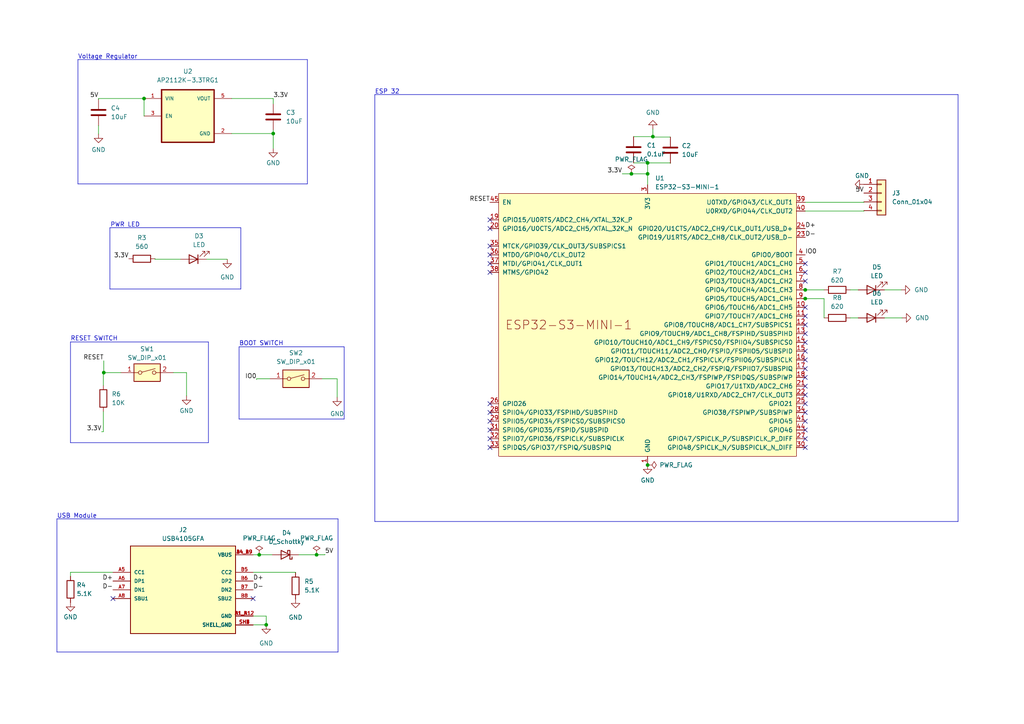
<source format=kicad_sch>
(kicad_sch (version 20230121) (generator eeschema)
  (paper "A4")
  (title_block (title "ECE 196 UCSD") (date "2023-10-30") (rev "REV 1") (company "Venz"))
  (lib_symbols
    (symbol "Connector_Generic:Conn_01x04" (pin_names (offset 1.016) hide)
      (property "Reference" "J" (at 0 5.08 0))
      (property "Value" "Conn_01x04" (at 0 -7.62 0))
      (symbol "Conn_01x04_1_1"
        (rectangle (start -1.27 -4.953) (end 0 -5.207) (stroke (width 0.1524)))
        (rectangle (start -1.27 -2.413) (end 0 -2.667) (stroke (width 0.1524)))
        (rectangle (start -1.27 0.127) (end 0 -0.127) (stroke (width 0.1524)))
        (rectangle (start -1.27 2.667) (end 0 2.413) (stroke (width 0.1524)))
        (rectangle (start -1.27 3.81) (end 1.27 -6.35) (stroke (width 0.254)) (fill (type background)))
        (pin passive line (at -5.08 2.54 0) (length 3.81) (name "Pin_1") (number "1"))
        (pin passive line (at -5.08 0 0) (length 3.81) (name "Pin_2") (number "2"))
        (pin passive line (at -5.08 -2.54 0) (length 3.81) (name "Pin_3") (number "3"))
        (pin passive line (at -5.08 -5.08 0) (length 3.81) (name "Pin_4") (number "4"))
      )
    )
    (symbol "Device:C" (pin_numbers hide) (pin_names (offset 0.254))
      (property "Reference" "C" (at 0.635 2.54 0))
      (property "Value" "C" (at 0.635 -2.54 0))
      (symbol "C_0_1"
        (polyline (pts (xy -2.032 -0.762) (xy 2.032 -0.762)) (stroke (width 0.508)))
        (polyline (pts (xy -2.032 0.762) (xy 2.032 0.762)) (stroke (width 0.508)))
      )
      (symbol "C_1_1"
        (pin passive line (at 0 3.81 270) (length 2.794) (name "~") (number "1"))
        (pin passive line (at 0 -3.81 90) (length 2.794) (name "~") (number "2"))
      )
    )
    (symbol "Device:D_Schottky" (pin_numbers hide) (pin_names (offset 1.016) hide)
      (property "Reference" "D" (at 0 2.54 0))
      (property "Value" "D_Schottky" (at 0 -2.54 0))
      (symbol "D_Schottky_0_1"
        (polyline (pts (xy 1.27 0) (xy -1.27 0)))
        (polyline (pts (xy 1.27 1.27) (xy 1.27 -1.27) (xy -1.27 0) (xy 1.27 1.27)) (stroke (width 0.254)))
        (polyline (pts (xy -1.905 0.635) (xy -1.905 1.27) (xy -1.27 1.27) (xy -1.27 -1.27) (xy -0.635 -1.27) (xy -0.635 -0.635)) (stroke (width 0.254)))
      )
      (symbol "D_Schottky_1_1"
        (pin passive line (at -3.81 0 0) (length 2.54) (name "K") (number "1"))
        (pin passive line (at 3.81 0 180) (length 2.54) (name "A") (number "2"))
      )
    )
    (symbol "Device:LED" (pin_numbers hide) (pin_names (offset 1.016) hide)
      (property "Reference" "D" (at 0 2.54 0))
      (property "Value" "LED" (at 0 -2.54 0))
      (symbol "LED_0_1"
        (polyline (pts (xy -1.27 -1.27) (xy -1.27 1.27)) (stroke (width 0.254)))
        (polyline (pts (xy -1.27 0) (xy 1.27 0)))
        (polyline (pts (xy 1.27 -1.27) (xy 1.27 1.27) (xy -1.27 0) (xy 1.27 -1.27)) (stroke (width 0.254)))
        (polyline (pts (xy -3.048 -0.762) (xy -4.572 -2.286) (xy -3.81 -2.286) (xy -4.572 -2.286) (xy -4.572 -1.524)))
        (polyline (pts (xy -1.778 -0.762) (xy -3.302 -2.286) (xy -2.54 -2.286) (xy -3.302 -2.286) (xy -3.302 -1.524)))
      )
      (symbol "LED_1_1"
        (pin passive line (at -3.81 0 0) (length 2.54) (name "K") (number "1"))
        (pin passive line (at 3.81 0 180) (length 2.54) (name "A") (number "2"))
      )
    )
    (symbol "Device:R" (pin_numbers hide) (pin_names (offset 0))
      (property "Reference" "R" (at 2.032 0 90))
      (property "Value" "R" (at 0 0 90))
      (symbol "R_0_1"
        (rectangle (start -1.016 -2.54) (end 1.016 2.54) (stroke (width 0.254)))
      )
      (symbol "R_1_1"
        (pin passive line (at 0 3.81 270) (length 1.27) (name "~") (number "1"))
        (pin passive line (at 0 -3.81 90) (length 1.27) (name "~") (number "2"))
      )
    )
    (symbol "ESP32:ESP32-S3-MINI-1" (pin_names (offset 1.016))
      (property "Reference" "U" (at -43.18 43.18 0))
      (property "Value" "ESP32-S3-MINI-1" (at -43.18 40.64 0))
      (symbol "ESP32-S3-MINI-1_0_0"
        (text "ESP32-S3-MINI-1" (at -22.86 0 0) (effects (font (size 2.54 2.54))))
        (pin power_in line (at 0 -40.64 90) (length 2.54) (name "GND") (number "1"))
        (pin bidirectional line (at 45.72 5.08 180) (length 2.54) (name "GPIO6/TOUCH6/ADC1_CH5") (number "10"))
        (pin bidirectional line (at 45.72 2.54 180) (length 2.54) (name "GPIO7/TOUCH7/ADC1_CH6") (number "11"))
        (pin bidirectional line (at 45.72 0 180) (length 2.54) (name "GPIO8/TOUCH8/ADC1_CH7/SUBSPICS1") (number "12"))
        (pin bidirectional line (at 45.72 -2.54 180) (length 2.54) (name "GPIO9/TOUCH9/ADC1_CH8/FSPIHD/SUBSPIHD") (number "13"))
        (pin bidirectional line (at 45.72 -5.08 180) (length 2.54) (name "GPIO10/TOUCH10/ADC1_CH9/FSPICS0/FSPIIO4/SUBSPICS0") (number "14"))
        (pin bidirectional line (at 45.72 -7.62 180) (length 2.54) (name "GPIO11/TOUCH11/ADC2_CH0/FSPID/FSPIIO5/SUBSPID") (number "15"))
        (pin bidirectional line (at 45.72 -10.16 180) (length 2.54) (name "GPIO12/TOUCH12/ADC2_CH1/FSPICLK/FSPIIO6/SUBSPICLK") (number "16"))
        (pin bidirectional line (at 45.72 -12.7 180) (length 2.54) (name "GPIO13/TOUCH13/ADC2_CH2/FSPIQ/FSPIIO7/SUBSPIQ") (number "17"))
        (pin bidirectional line (at 45.72 -15.24 180) (length 2.54) (name "GPIO14/TOUCH14/ADC2_CH3/FSPIWP/FSPIDQS/SUBSPIWP") (number "18"))
        (pin bidirectional line (at -45.72 30.48 0) (length 2.54) (name "GPIO15/U0RTS/ADC2_CH4/XTAL_32K_P") (number "19"))
        (pin passive line (at 0 -40.64 90) (length 2.54) hide (name "GND") (number "2"))
        (pin bidirectional line (at -45.72 27.94 0) (length 2.54) (name "GPIO16/U0CTS/ADC2_CH5/XTAL_32K_N") (number "20"))
        (pin bidirectional line (at 45.72 -17.78 180) (length 2.54) (name "GPIO17/U1TXD/ADC2_CH6") (number "21"))
        (pin bidirectional line (at 45.72 -20.32 180) (length 2.54) (name "GPIO18/U1RXD/ADC2_CH7/CLK_OUT3") (number "22"))
        (pin bidirectional line (at 45.72 25.4 180) (length 2.54) (name "GPIO19/U1RTS/ADC2_CH8/CLK_OUT2/USB_D-") (number "23"))
        (pin bidirectional line (at 45.72 27.94 180) (length 2.54) (name "GPIO20/U1CTS/ADC2_CH9/CLK_OUT1/USB_D+") (number "24"))
        (pin bidirectional line (at 45.72 -22.86 180) (length 2.54) (name "GPIO21") (number "25"))
        (pin bidirectional line (at -45.72 -22.86 0) (length 2.54) (name "GPIO26") (number "26"))
        (pin bidirectional line (at 45.72 -33.02 180) (length 2.54) (name "GPIO47/SPICLK_P/SUBSPICLK_P_DIFF") (number "27"))
        (pin bidirectional line (at -45.72 -25.4 0) (length 2.54) (name "SPIIO4/GPIO33/FSPIHD/SUBSPIHD") (number "28"))
        (pin bidirectional line (at -45.72 -27.94 0) (length 2.54) (name "SPIIO5/GPIO34/FSPICS0/SUBSPICS0") (number "29"))
        (pin power_in line (at 0 40.64 270) (length 2.54) (name "3V3") (number "3"))
        (pin bidirectional line (at 45.72 -35.56 180) (length 2.54) (name "GPIO48/SPICLK_N/SUBSPICLK_N_DIFF") (number "30"))
        (pin bidirectional line (at -45.72 -30.48 0) (length 2.54) (name "SPIIO6/GPIO35/FSPID/SUBSPID") (number "31"))
        (pin bidirectional line (at -45.72 -33.02 0) (length 2.54) (name "SPIIO7/GPIO36/FSPICLK/SUBSPICLK") (number "32"))
        (pin bidirectional line (at -45.72 -35.56 0) (length 2.54) (name "SPIDQS/GPIO37/FSPIQ/SUBSPIQ") (number "33"))
        (pin bidirectional line (at 45.72 -25.4 180) (length 2.54) (name "GPIO38/FSPIWP/SUBSPIWP") (number "34"))
        (pin bidirectional line (at -45.72 22.86 0) (length 2.54) (name "MTCK/GPIO39/CLK_OUT3/SUBSPICS1") (number "35"))
        (pin bidirectional line (at -45.72 20.32 0) (length 2.54) (name "MTDO/GPIO40/CLK_OUT2") (number "36"))
        (pin bidirectional line (at -45.72 17.78 0) (length 2.54) (name "MTDI/GPIO41/CLK_OUT1") (number "37"))
        (pin bidirectional line (at -45.72 15.24 0) (length 2.54) (name "MTMS/GPIO42") (number "38"))
        (pin bidirectional line (at 45.72 35.56 180) (length 2.54) (name "U0TXD/GPIO43/CLK_OUT1") (number "39"))
        (pin bidirectional line (at 45.72 20.32 180) (length 2.54) (name "GPIO0/BOOT") (number "4"))
        (pin bidirectional line (at 45.72 33.02 180) (length 2.54) (name "U0RXD/GPIO44/CLK_OUT2") (number "40"))
        (pin bidirectional line (at 45.72 -27.94 180) (length 2.54) (name "GPIO45") (number "41"))
        (pin passive line (at 0 -40.64 90) (length 2.54) hide (name "GND") (number "42"))
        (pin passive line (at 0 -40.64 90) (length 2.54) hide (name "GND") (number "43"))
        (pin bidirectional line (at 45.72 -30.48 180) (length 2.54) (name "GPIO46") (number "44"))
        (pin input line (at -45.72 35.56 0) (length 2.54) (name "EN") (number "45"))
        (pin passive line (at 0 -40.64 90) (length 2.54) hide (name "GND") (number "46"))
        (pin passive line (at 0 -40.64 90) (length 2.54) hide (name "GND") (number "47"))
        (pin passive line (at 0 -40.64 90) (length 2.54) hide (name "GND") (number "48"))
        (pin passive line (at 0 -40.64 90) (length 2.54) hide (name "GND") (number "49"))
        (pin bidirectional line (at 45.72 17.78 180) (length 2.54) (name "GPIO1/TOUCH1/ADC1_CH0") (number "5"))
        (pin passive line (at 0 -40.64 90) (length 2.54) hide (name "GND") (number "50"))
        (pin passive line (at 0 -40.64 90) (length 2.54) hide (name "GND") (number "51"))
        (pin passive line (at 0 -40.64 90) (length 2.54) hide (name "GND") (number "52"))
        (pin passive line (at 0 -40.64 90) (length 2.54) hide (name "GND") (number "53"))
        (pin passive line (at 0 -40.64 90) (length 2.54) hide (name "GND") (number "54"))
        (pin passive line (at 0 -40.64 90) (length 2.54) hide (name "GND") (number "55"))
        (pin passive line (at 0 -40.64 90) (length 2.54) hide (name "GND") (number "56"))
        (pin passive line (at 0 -40.64 90) (length 2.54) hide (name "GND") (number "57"))
        (pin passive line (at 0 -40.64 90) (length 2.54) hide (name "GND") (number "58"))
        (pin passive line (at 0 -40.64 90) (length 2.54) hide (name "GND") (number "59"))
        (pin bidirectional line (at 45.72 15.24 180) (length 2.54) (name "GPIO2/TOUCH2/ADC1_CH1") (number "6"))
        (pin passive line (at 0 -40.64 90) (length 2.54) hide (name "GND") (number "60"))
        (pin passive line (at 0 -40.64 90) (length 2.54) hide (name "GND") (number "61"))
        (pin passive line (at 0 -40.64 90) (length 2.54) hide (name "GND") (number "62"))
        (pin passive line (at 0 -40.64 90) (length 2.54) hide (name "GND") (number "63"))
        (pin passive line (at 0 -40.64 90) (length 2.54) hide (name "GND") (number "64"))
        (pin passive line (at 0 -40.64 90) (length 2.54) hide (name "GND") (number "65"))
        (pin bidirectional line (at 45.72 12.7 180) (length 2.54) (name "GPIO3/TOUCH3/ADC1_CH2") (number "7"))
        (pin bidirectional line (at 45.72 10.16 180) (length 2.54) (name "GPIO4/TOUCH4/ADC1_CH3") (number "8"))
        (pin bidirectional line (at 45.72 7.62 180) (length 2.54) (name "GPIO5/TOUCH5/ADC1_CH4") (number "9"))
      )
      (symbol "ESP32-S3-MINI-1_0_1"
        (rectangle (start -43.18 38.1) (end 43.18 -38.1) (fill (type background)))
      )
    )
    (symbol "Switch:SW_DIP_x01" (pin_names (offset 0) hide)
      (property "Reference" "SW" (at 0 3.81 0))
      (property "Value" "SW_DIP_x01" (at 0 -3.81 0))
      (symbol "SW_DIP_x01_0_0"
        (circle (center -2.032 0) (radius 0.508))
        (polyline (pts (xy -1.524 0.127) (xy 2.3622 1.1684)))
        (circle (center 2.032 0) (radius 0.508))
      )
      (symbol "SW_DIP_x01_0_1"
        (rectangle (start -3.81 2.54) (end 3.81 -2.54) (stroke (width 0.254)) (fill (type background)))
      )
      (symbol "SW_DIP_x01_1_1"
        (pin passive line (at -7.62 0 0) (length 5.08) (name "~") (number "1"))
        (pin passive line (at 7.62 0 180) (length 5.08) (name "~") (number "2"))
      )
    )
    (symbol "USB Custom:USB4105GFA" (pin_names (offset 1.016))
      (property "Reference" "J" (at -15.24 13.97 0))
      (property "Value" "USB4105GFA" (at -15.24 -15.24 0))
      (symbol "USB4105GFA_0_0"
        (rectangle (start -15.24 -12.7) (end 15.24 12.7) (stroke (width 0.254)) (fill (type background)))
        (pin power_in line (at 20.32 -7.62 180) (length 5.08) (name "GND") (number "A1_B12"))
        (pin power_in line (at 20.32 10.16 180) (length 5.08) (name "VBUS") (number "A4_B9"))
        (pin bidirectional line (at -20.32 5.08 0) (length 5.08) (name "CC1") (number "A5"))
        (pin bidirectional line (at -20.32 2.54 0) (length 5.08) (name "DP1") (number "A6"))
        (pin bidirectional line (at -20.32 0 0) (length 5.08) (name "DN1") (number "A7"))
        (pin bidirectional line (at -20.32 -2.54 0) (length 5.08) (name "SBU1") (number "A8"))
        (pin power_in line (at 20.32 -7.62 180) (length 5.08) (name "GND") (number "B1_A12"))
        (pin power_in line (at 20.32 10.16 180) (length 5.08) (name "VBUS") (number "B4_A9"))
        (pin bidirectional line (at 20.32 5.08 180) (length 5.08) (name "CC2") (number "B5"))
        (pin bidirectional line (at 20.32 2.54 180) (length 5.08) (name "DP2") (number "B6"))
        (pin bidirectional line (at 20.32 0 180) (length 5.08) (name "DN2") (number "B7"))
        (pin bidirectional line (at 20.32 -2.54 180) (length 5.08) (name "SBU2") (number "B8"))
        (pin power_in line (at 20.32 -10.16 180) (length 5.08) (name "SHELL_GND") (number "SH1"))
        (pin power_in line (at 20.32 -10.16 180) (length 5.08) (name "SHELL_GND") (number "SH2"))
        (pin power_in line (at 20.32 -10.16 180) (length 5.08) (name "SHELL_GND") (number "SH3"))
        (pin power_in line (at 20.32 -10.16 180) (length 5.08) (name "SHELL_GND") (number "SH4"))
      )
    )
    (symbol "Voltage Regulator:AP2112K-3.3TRG1" (pin_names (offset 1.016))
      (property "Reference" "U" (at -7.663 8.6476 0))
      (property "Value" "AP2112K-3.3TRG1" (at -7.6489 -11.6507 0))
      (symbol "AP2112K-3.3TRG1_0_0"
        (rectangle (start -7.62 -7.62) (end 7.62 7.62) (stroke (width 0.41)) (fill (type background)))
        (pin power_in line (at -12.7 5.08 0) (length 5.08) (name "VIN") (number "1"))
        (pin power_in line (at 12.7 -5.08 180) (length 5.08) (name "GND") (number "2"))
        (pin input line (at -12.7 0 0) (length 5.08) (name "EN") (number "3"))
        (pin power_in line (at 12.7 5.08 180) (length 5.08) (name "VOUT") (number "5"))
      )
    )
    (symbol "power:GND" (power) (pin_names (offset 0))
      (property "Value" "GND" (at 0 -3.81 0))
      (symbol "GND_0_1"
        (polyline (pts (xy 0 0) (xy 0 -1.27) (xy 1.27 -1.27) (xy 0 -2.54) (xy -1.27 -1.27) (xy 0 -1.27)))
      )
      (symbol "GND_1_1"
        (pin power_in line (at 0 0 270) (length 0) hide (name "GND") (number "1"))
      )
    )
    (symbol "power:PWR_FLAG" (power) (pin_numbers hide) (pin_names (offset 0) hide)
      (property "Value" "PWR_FLAG" (at 0 3.81 0))
      (symbol "PWR_FLAG_0_0"
        (pin power_out line (at 0 0 90) (length 0) (name "pwr") (number "1"))
      )
      (symbol "PWR_FLAG_0_1"
        (polyline (pts (xy 0 0) (xy 0 1.27) (xy -1.016 1.905) (xy 0 2.54) (xy 1.016 1.905) (xy 0 1.27)))
      )
    )
  )
  (junction (at 187.833 134.874))
  (junction (at 77.216 181.229))
  (junction (at 75.184 160.909))
  (junction (at 233.553 86.614))
  (junction (at 41.783 28.575))
  (junction (at 30.099 108.077))
  (junction (at 183.134 50.419))
  (junction (at 79.248 38.735))
  (junction (at 187.833 47.244))
  (junction (at 233.553 84.074))
  (junction (at 91.821 160.909))
  (junction (at 189.357 39.624))
  (junction (at 187.833 50.419))
  (no_connect (at 233.553 122.174))
  (no_connect (at 32.766 173.609))
  (no_connect (at 233.553 109.474))
  (no_connect (at 233.553 112.014))
  (no_connect (at 233.553 76.454))
  (no_connect (at 142.113 78.994))
  (no_connect (at 142.113 66.294))
  (no_connect (at 142.113 76.454))
  (no_connect (at 233.553 99.314))
  (no_connect (at 142.113 127.254))
  (no_connect (at 142.113 63.754))
  (no_connect (at 233.553 117.094))
  (no_connect (at 233.553 78.994))
  (no_connect (at 233.553 89.154))
  (no_connect (at 142.113 117.094))
  (no_connect (at 233.553 114.554))
  (no_connect (at 233.553 81.534))
  (no_connect (at 142.113 71.374))
  (no_connect (at 233.553 129.794))
  (no_connect (at 142.113 73.914))
  (no_connect (at 73.406 173.609))
  (no_connect (at 142.113 119.634))
  (no_connect (at 233.553 94.234))
  (no_connect (at 233.553 124.714))
  (no_connect (at 233.553 96.774))
  (no_connect (at 233.553 91.694))
  (no_connect (at 233.553 106.934))
  (no_connect (at 233.553 104.394))
  (no_connect (at 233.553 119.634))
  (no_connect (at 142.113 124.714))
  (no_connect (at 233.553 127.254))
  (no_connect (at 233.553 101.854))
  (no_connect (at 142.113 129.794))
  (no_connect (at 142.113 122.174))
  (wire (pts (xy 93.472 109.855) (xy 97.79 109.855)))
  (wire (pts (xy 256.54 92.202) (xy 261.62 92.202)))
  (wire (pts (xy 85.725 165.989) (xy 85.725 166.116)))
  (polyline (pts (xy 16.51 150.495) (xy 98.044 150.495)))
  (wire (pts (xy 233.553 58.674) (xy 250.571 58.674)))
  (polyline (pts (xy 69.342 100.584) (xy 69.342 121.539)))
  (wire (pts (xy 28.575 28.575) (xy 28.575 28.829)))
  (polyline (pts (xy 108.712 151.257) (xy 108.712 27.432)))
  (polyline (pts (xy 69.342 100.584) (xy 99.822 100.584)))
  (wire (pts (xy 30.099 104.648) (xy 30.099 108.077)))
  (wire (pts (xy 94.234 160.909) (xy 94.234 160.782)))
  (wire (pts (xy 30.099 108.077) (xy 35.052 108.077)))
  (wire (pts (xy 77.216 178.689) (xy 77.216 181.229)))
  (wire (pts (xy 54.102 108.077) (xy 50.292 108.077)))
  (wire (pts (xy 246.634 84.074) (xy 248.92 84.074)))
  (wire (pts (xy 239.014 86.614) (xy 239.014 92.202)))
  (wire (pts (xy 233.553 86.614) (xy 239.014 86.614)))
  (polyline (pts (xy 99.822 121.539) (xy 99.822 100.584)))
  (wire (pts (xy 194.437 47.244) (xy 194.437 47.371)))
  (wire (pts (xy 233.553 61.214) (xy 250.571 61.214)))
  (polyline (pts (xy 277.876 27.432) (xy 277.876 151.257)))
  (wire (pts (xy 189.357 39.751) (xy 189.357 39.624)))
  (wire (pts (xy 32.766 165.989) (xy 20.447 165.989)))
  (wire (pts (xy 187.833 47.244) (xy 194.437 47.244)))
  (wire (pts (xy 41.783 33.655) (xy 41.783 28.575)))
  (wire (pts (xy 29.972 125.222) (xy 29.972 119.38)))
  (wire (pts (xy 256.54 84.074) (xy 261.366 84.074)))
  (wire (pts (xy 20.447 165.989) (xy 20.447 167.132)))
  (wire (pts (xy 73.406 178.689) (xy 77.216 178.689)))
  (wire (pts (xy 29.972 108.077) (xy 29.972 111.76)))
  (wire (pts (xy 73.406 181.229) (xy 77.216 181.229)))
  (wire (pts (xy 246.634 92.202) (xy 248.92 92.202)))
  (polyline (pts (xy 60.452 99.187) (xy 60.452 128.397)))
  (wire (pts (xy 97.79 109.855) (xy 97.79 115.189)))
  (wire (pts (xy 183.134 50.419) (xy 187.833 50.419)))
  (wire (pts (xy 29.464 125.222) (xy 29.972 125.222)))
  (wire (pts (xy 79.248 38.735) (xy 79.248 43.053)))
  (wire (pts (xy 79.248 28.575) (xy 79.248 30.099)))
  (polyline (pts (xy 31.877 66.04) (xy 31.877 83.82)))
  (wire (pts (xy 52.324 75.184) (xy 44.958 75.184)))
  (wire (pts (xy 78.232 109.855) (xy 74.422 109.855)))
  (wire (pts (xy 187.833 50.419) (xy 187.833 53.594)))
  (wire (pts (xy 189.357 39.624) (xy 189.357 37.465)))
  (wire (pts (xy 73.406 160.909) (xy 75.184 160.909)))
  (polyline (pts (xy 89.154 53.34) (xy 89.154 17.272)))
  (polyline (pts (xy 16.51 150.495) (xy 16.51 189.103)))
  (polyline (pts (xy 22.606 53.34) (xy 89.154 53.34)))
  (polyline (pts (xy 89.154 17.272) (xy 22.606 17.272)))
  (polyline (pts (xy 108.712 27.432) (xy 277.876 27.432)))
  (wire (pts (xy 44.958 75.184) (xy 44.958 75.057)))
  (wire (pts (xy 54.102 114.808) (xy 54.102 108.077)))
  (polyline (pts (xy 20.447 128.397) (xy 20.447 99.187)))
  (wire (pts (xy 74.422 109.855) (xy 74.422 110.109)))
  (wire (pts (xy 233.553 84.074) (xy 239.014 84.074)))
  (wire (pts (xy 28.575 28.575) (xy 41.783 28.575)))
  (polyline (pts (xy 69.342 121.539) (xy 99.822 121.539)))
  (wire (pts (xy 233.426 84.074) (xy 233.553 84.074)))
  (wire (pts (xy 75.184 160.909) (xy 78.994 160.909)))
  (wire (pts (xy 233.426 86.614) (xy 233.553 86.614)))
  (wire (pts (xy 183.769 39.624) (xy 189.357 39.624)))
  (polyline (pts (xy 98.044 150.495) (xy 98.044 189.103)))
  (wire (pts (xy 250.571 58.674) (xy 250.571 58.547)))
  (polyline (pts (xy 20.447 99.187) (xy 60.452 99.187)))
  (wire (pts (xy 28.575 36.449) (xy 28.575 38.862)))
  (polyline (pts (xy 98.044 189.103) (xy 16.51 189.103)))
  (wire (pts (xy 67.183 28.575) (xy 79.248 28.575)))
  (polyline (pts (xy 277.876 151.257) (xy 108.712 151.257)))
  (wire (pts (xy 73.406 165.989) (xy 85.725 165.989)))
  (wire (pts (xy 187.833 47.244) (xy 187.833 50.419)))
  (wire (pts (xy 180.467 50.419) (xy 183.134 50.419)))
  (polyline (pts (xy 31.877 83.82) (xy 69.85 83.82)))
  (wire (pts (xy 79.248 38.735) (xy 79.248 37.719)))
  (wire (pts (xy 29.972 108.077) (xy 30.099 108.077)))
  (wire (pts (xy 183.769 47.244) (xy 187.833 47.244)))
  (wire (pts (xy 86.614 160.909) (xy 91.821 160.909)))
  (wire (pts (xy 59.944 75.184) (xy 65.913 75.184)))
  (polyline (pts (xy 69.85 66.04) (xy 31.877 66.04)))
  (wire (pts (xy 91.821 160.909) (xy 94.234 160.909)))
  (polyline (pts (xy 22.606 17.272) (xy 22.606 53.34)))
  (wire (pts (xy 250.571 61.214) (xy 250.571 61.087)))
  (polyline (pts (xy 60.452 128.397) (xy 20.447 128.397)))
  (polyline (pts (xy 69.85 83.82) (xy 69.85 66.04)))
  (wire (pts (xy 67.183 38.735) (xy 79.248 38.735)))
  (wire (pts (xy 194.437 39.751) (xy 189.357 39.751)))
  (text "BOOT SWITCH\n" (at 69.342 100.457 0) (effects (font (size 1.27 1.27)) (justify left bottom)))
  (text "RESET SWITCH" (at 20.447 99.06 0) (effects (font (size 1.27 1.27)) (justify left bottom)))
  (text "PWR LED" (at 32.004 66.04 0) (effects (font (size 1.27 1.27)) (justify left bottom)))
  (text "Voltage Regulator\n" (at 22.606 17.272 0) (effects (font (size 1.27 1.27)) (justify left bottom)))
  (text "ESP 32\n" (at 108.712 27.432 0) (effects (font (size 1.27 1.27)) (justify left bottom)))
  (text "USB Module\n" (at 16.51 150.495 0) (effects (font (size 1.27 1.27)) (justify left bottom)))
  (label "3.3V" (at 79.248 28.575 0))
  (label "3.3V" (at 180.467 50.419 180))
  (label "D+" (at 233.553 66.294 0))
  (label "RESET" (at 142.113 58.674 180))
  (label "IO0" (at 233.553 73.914 0))
  (label "5V" (at 28.575 28.575 180))
  (label "IO0" (at 74.422 110.109 180))
  (label "3.3V" (at 37.338 75.057 180))
  (label "3.3V" (at 29.464 125.222 180))
  (label "5V" (at 94.234 160.782 0))
  (label "RESET" (at 30.099 104.648 180))
  (label "D+" (at 32.766 168.529 180))
  (label "D-" (at 32.766 171.069 180))
  (label "D+" (at 73.406 168.529 0))
  (label "D-" (at 73.406 171.069 0))
  (label "D-" (at 233.553 68.834 0))
  (label "5V" (at 250.571 56.007 180))
  (symbol (lib_id "power:GND") (at 97.79 115.189 0) (unit 1)
    (property "Reference" "#PWR04" (effects hide))
    (property "Value" "GND" (at 97.79 120.015 0))
  )
  (symbol (lib_id "Voltage Regulator:AP2112K-3.3TRG1") (at 54.483 33.655 0) (unit 1)
    (property "Reference" "U2" (at 54.483 20.701 0))
    (property "Value" "AP2112K-3.3TRG1" (at 54.483 23.241 0))
    (property "Footprint" "AP2112K-3.3TRG1:SOT95P285X140-5N" (effects hide))
    (property "MF" "Diodes Inc." (effects hide))
    (property "Description" "\nVoltage Regulators, LDO, 600mA CMOS LDO 50mA 3.3V 250mV | Diodes Inc AP2112K-3.3TRG1\n" (effects hide))
    (property "Package" "SOT-753 Diodes Inc." (effects hide))
    (property "Price" "None" (effects hide))
    (property "Check_prices" "https://www.snapeda.com/parts/AP2112K-3.3TRG1/Diodes+Inc./view-part/?ref=eda" (effects hide))
    (property "PARTREV" "2-2" (effects hide))
    (property "SnapEDA_Link" "https://www.snapeda.com/parts/AP2112K-3.3TRG1/Diodes+Inc./view-part/?ref=snap" (effects hide))
    (property "MP" "AP2112K-3.3TRG1" (effects hide))
    (property "Purchase-URL" "https://www.snapeda.com/api/url_track_click_mouser/?unipart_id=454988&manufacturer=Diodes Inc.&part_name=AP2112K-3.3TRG1&search_term=ap2112k-3.3trg1" (effects hide))
    (property "Availability" "In Stock" (effects hide))
    (property "MANUFACTURER" "Diodes Inc." (effects hide))
  )
  (symbol (lib_id "Device:R") (at 242.824 84.074 90) (unit 1)
    (property "Reference" "R7" (at 242.824 78.74 90))
    (property "Value" "620" (at 242.824 81.28 90))
    (property "Footprint" "Resistor_SMD:R_0603_1608Metric" (effects hide))
  )
  (symbol (lib_id "Device:R") (at 20.447 170.942 0) (unit 1)
    (property "Reference" "R4" (at 22.225 169.672 0) (effects (justify left)))
    (property "Value" "5.1K" (at 22.225 172.212 0) (effects (justify left)))
    (property "Footprint" "Resistor_SMD:R_0603_1608Metric" (effects hide))
  )
  (symbol (lib_id "power:GND") (at 189.357 37.465 180) (unit 1)
    (property "Reference" "#PWR010" (effects hide))
    (property "Value" "GND" (at 189.357 32.639 0))
  )
  (symbol (lib_id "power:GND") (at 85.725 173.736 0) (unit 1)
    (property "Reference" "#PWR02" (effects hide))
    (property "Value" "GND" (at 85.725 179.07 0))
  )
  (symbol (lib_id "power:GND") (at 28.575 38.862 0) (unit 1)
    (property "Reference" "#PWR08" (effects hide))
    (property "Value" "GND" (at 28.575 43.434 0))
  )
  (symbol (lib_id "Device:D_Schottky") (at 82.804 160.909 180) (unit 1)
    (property "Reference" "D4" (at 83.1215 154.559 0))
    (property "Value" "D_Schottky" (at 83.1215 157.099 0))
    (property "Footprint" "Diode_SMD:D_0805_2012Metric_Pad1.15x1.40mm_HandSolder" (effects hide))
  )
  (symbol (lib_id "power:GND") (at 187.833 134.874 0) (unit 1)
    (property "Reference" "#PWR09" (effects hide))
    (property "Value" "GND" (at 187.833 139.319 0))
  )
  (symbol (lib_id "Switch:SW_DIP_x01") (at 42.672 108.077 0) (unit 1)
    (property "Reference" "SW1" (at 42.672 101.219 0))
    (property "Value" "SW_DIP_x01" (at 42.672 103.759 0))
    (property "Footprint" "Button_Switch_THT:SW_PUSH_6mm" (effects hide))
  )
  (symbol (lib_id "power:PWR_FLAG") (at 183.134 50.419 0) (unit 1)
    (property "Reference" "#FLG02" (effects hide))
    (property "Value" "PWR_FLAG" (at 183.134 46.228 0))
  )
  (symbol (lib_id "Device:R") (at 29.972 115.57 0) (unit 1)
    (property "Reference" "R6" (at 32.385 114.3 0) (effects (justify left)))
    (property "Value" "10K" (at 32.385 116.84 0) (effects (justify left)))
    (property "Footprint" "Resistor_SMD:R_0603_1608Metric" (effects hide))
  )
  (symbol (lib_id "power:GND") (at 261.366 84.074 90) (unit 1)
    (property "Reference" "#PWR014" (effects hide))
    (property "Value" "GND" (at 265.176 84.074 90) (effects (justify right)))
  )
  (symbol (lib_id "Device:LED") (at 252.73 84.074 180) (unit 1)
    (property "Reference" "D5" (at 254.3175 77.47 0))
    (property "Value" "LED" (at 254.3175 80.01 0))
    (property "Footprint" "LED_SMD:LED_0603_1608Metric_Pad1.05x0.95mm_HandSolder" (effects hide))
  )
  (symbol (lib_id "Device:C") (at 194.437 43.561 0) (unit 1)
    (property "Reference" "C2" (at 197.739 42.291 0) (effects (justify left)))
    (property "Value" "10uF" (at 197.739 44.831 0) (effects (justify left)))
    (property "Footprint" "Capacitor_SMD:C_0603_1608Metric" (effects hide))
  )
  (symbol (lib_id "Connector_Generic:Conn_01x04") (at 255.651 56.007 0) (unit 1)
    (property "Reference" "J3" (at 258.699 56.007 0) (effects (justify left)))
    (property "Value" "Conn_01x04" (at 258.699 58.547 0) (effects (justify left)))
    (property "Footprint" "Connector_PinHeader_2.54mm:PinHeader_1x04_P2.54mm_Vertical" (effects hide))
  )
  (symbol (lib_id "Device:R") (at 242.824 92.202 90) (unit 1)
    (property "Reference" "R8" (at 242.824 86.36 90))
    (property "Value" "620" (at 242.824 88.9 90))
    (property "Footprint" "Resistor_SMD:R_0603_1608Metric" (effects hide))
  )
  (symbol (lib_id "Device:C") (at 79.248 33.909 0) (unit 1)
    (property "Reference" "C3" (at 82.931 32.639 0) (effects (justify left)))
    (property "Value" "10uF" (at 82.931 35.179 0) (effects (justify left)))
    (property "Footprint" "Capacitor_SMD:C_0603_1608Metric" (effects hide))
  )
  (symbol (lib_id "power:PWR_FLAG") (at 75.184 160.909 0) (unit 1)
    (property "Reference" "#FLG04" (effects hide))
    (property "Value" "PWR_FLAG" (at 75.184 156.083 0))
  )
  (symbol (lib_id "power:PWR_FLAG") (at 187.833 134.874 270) (unit 1)
    (property "Reference" "#FLG01" (effects hide))
    (property "Value" "PWR_FLAG" (at 191.262 134.874 90) (effects (justify left)))
  )
  (symbol (lib_id "ESP32:ESP32-S3-MINI-1") (at 187.833 94.234 0) (unit 1)
    (property "Reference" "U1" (at 190.0271 51.689 0) (effects (justify left)))
    (property "Value" "ESP32-S3-MINI-1" (at 190.0271 54.229 0) (effects (justify left)))
    (property "Footprint" "ESP:ESP32-S3-MINI-1" (effects hide))
    (property "Datasheet" "https://www.espressif.com/sites/default/files/documentation/esp32-s3-mini-1_mini-1u_datasheet_en.pdf" (effects hide))
  )
  (symbol (lib_id "power:GND") (at 79.248 43.053 0) (unit 1)
    (property "Reference" "#PWR07" (effects hide))
    (property "Value" "GND" (at 79.248 47.244 0))
  )
  (symbol (lib_id "power:GND") (at 77.216 181.229 0) (unit 1)
    (property "Reference" "#PWR03" (effects hide))
    (property "Value" "GND" (at 77.216 186.563 0))
  )
  (symbol (lib_id "Device:R") (at 85.725 169.926 0) (unit 1)
    (property "Reference" "R5" (at 88.265 168.656 0) (effects (justify left)))
    (property "Value" "5.1K" (at 88.265 171.196 0) (effects (justify left)))
    (property "Footprint" "Resistor_SMD:R_0603_1608Metric" (effects hide))
  )
  (symbol (lib_id "Device:LED") (at 252.73 92.202 180) (unit 1)
    (property "Reference" "D6" (at 254.3175 85.09 0))
    (property "Value" "LED" (at 254.3175 87.63 0))
    (property "Footprint" "LED_SMD:LED_0603_1608Metric_Pad1.05x0.95mm_HandSolder" (effects hide))
  )
  (symbol (lib_id "Device:C") (at 28.575 32.639 0) (unit 1)
    (property "Reference" "C4" (at 32.131 31.369 0) (effects (justify left)))
    (property "Value" "10uF" (at 32.131 33.909 0) (effects (justify left)))
    (property "Footprint" "Capacitor_SMD:C_0603_1608Metric" (effects hide))
  )
  (symbol (lib_id "Switch:SW_DIP_x01") (at 85.852 109.855 0) (unit 1)
    (property "Reference" "SW2" (at 85.852 102.362 0))
    (property "Value" "SW_DIP_x01" (at 85.852 104.902 0))
    (property "Footprint" "Button_Switch_THT:SW_PUSH_6mm" (effects hide))
  )
  (symbol (lib_id "Device:R") (at 41.148 75.057 90) (unit 1)
    (property "Reference" "R3" (at 41.148 68.961 90))
    (property "Value" "560" (at 41.148 71.501 90))
    (property "Footprint" "Resistor_SMD:R_0603_1608Metric" (effects hide))
  )
  (symbol (lib_id "power:PWR_FLAG") (at 91.821 160.909 0) (unit 1)
    (property "Reference" "#FLG03" (effects hide))
    (property "Value" "PWR_FLAG" (at 91.821 156.083 0))
  )
  (symbol (lib_id "Device:C") (at 183.769 43.434 0) (unit 1)
    (property "Reference" "C1" (at 187.579 42.164 0) (effects (justify left)))
    (property "Value" "0.1uF" (at 187.579 44.704 0) (effects (justify left)))
    (property "Footprint" "Capacitor_SMD:C_0603_1608Metric" (effects hide))
  )
  (symbol (lib_id "Device:LED") (at 56.134 75.184 180) (unit 1)
    (property "Reference" "D3" (at 57.7215 68.453 0))
    (property "Value" "LED" (at 57.7215 70.993 0))
    (property "Footprint" "LED_SMD:LED_0603_1608Metric_Pad1.05x0.95mm_HandSolder" (effects hide))
  )
  (symbol (lib_id "power:GND") (at 20.447 174.752 0) (unit 1)
    (property "Reference" "#PWR01" (effects hide))
    (property "Value" "GND" (at 20.447 178.943 0))
  )
  (symbol (lib_id "power:GND") (at 250.571 53.467 270) (unit 1)
    (property "Reference" "#PWR013" (effects hide))
    (property "Value" "GND" (at 247.9802 50.9778 90) (effects (justify left)))
  )
  (symbol (lib_id "power:GND") (at 54.102 114.808 0) (unit 1)
    (property "Reference" "#PWR05" (effects hide))
    (property "Value" "GND" (at 54.102 119.126 0))
  )
  (symbol (lib_id "power:GND") (at 65.913 75.184 0) (unit 1)
    (property "Reference" "#PWR06" (effects hide))
    (property "Value" "GND" (at 65.913 80.391 0))
  )
  (symbol (lib_id "power:GND") (at 261.62 92.202 90) (unit 1)
    (property "Reference" "#PWR015" (effects hide))
    (property "Value" "GND" (at 265.43 92.202 90) (effects (justify right)))
  )
  (symbol (lib_id "USB Custom:USB4105GFA") (at 53.086 171.069 0) (unit 1)
    (property "Reference" "J2" (at 53.086 153.67 0))
    (property "Value" "USB4105GFA" (at 53.086 156.21 0))
    (property "Footprint" "Custom USB:GCT_USB4105GFA" (effects hide))
    (property "MF" "Global Connector Technology" (effects hide))
    (property "MAXIMUM_PACKAGE_HEIGHT" "3.31mm" (effects hide))
    (property "Package" "None" (effects hide))
    (property "Price" "None" (effects hide))
    (property "Check_prices" "https://www.snapeda.com/parts/USB4105GFA/Global+Connector+Technology/view-part/?ref=eda" (effects hide))
    (property "STANDARD" "Manufacturer Recommendations" (effects hide))
    (property "PARTREV" "B3" (effects hide))
    (property "SnapEDA_Link" "https://www.snapeda.com/parts/USB4105GFA/Global+Connector+Technology/view-part/?ref=snap" (effects hide))
    (property "MP" "USB4105GFA" (effects hide))
    (property "Description" "\nUSB-C (USB TYPE-C) USB 2.0 Receptacle Connector 24 (16+8 Dummy) Position Surface Mount, Right Angle; Through Hole\n" (effects hide))
    (property "Availability" "In Stock" (effects hide))
    (property "MANUFACTURER" "Global Connector Technology" (effects hide))
  )
)
</source>
